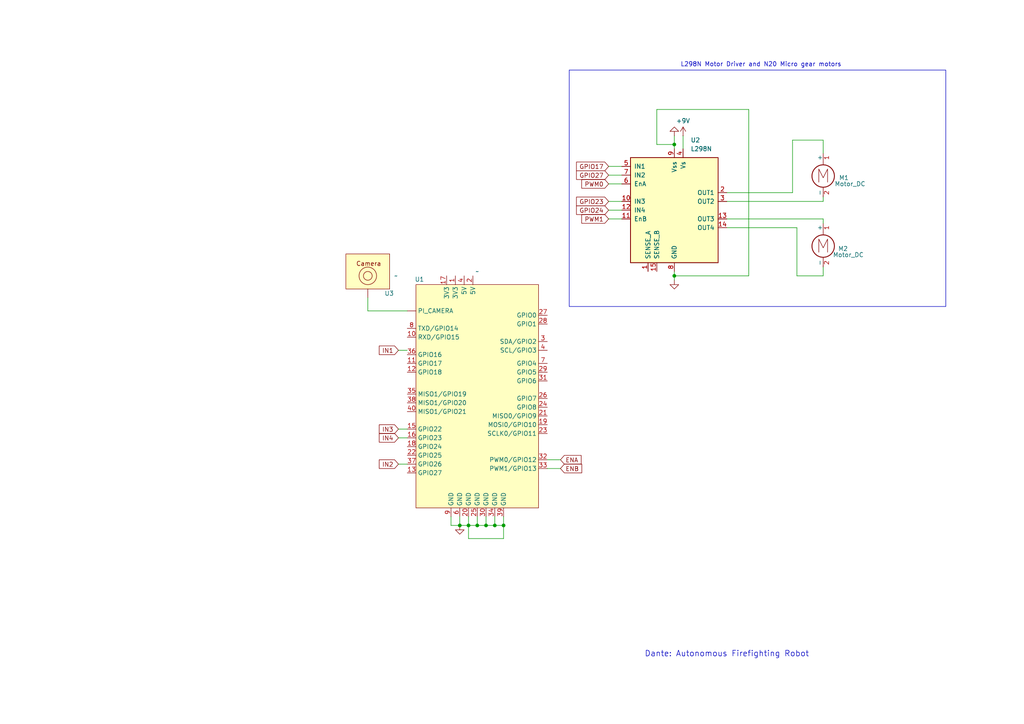
<source format=kicad_sch>
(kicad_sch (version 20231120) (generator "eeschema") (generator_version "8.0")
  (paper "A4")
  (lib_symbols
    (symbol "CarSchematics:Raspberry_Pi_4_Model_B_2019_Quad_Core_64_Bit_WiFi_Bluetooth"
      (property "Reference" "U1" (at -7.874 1.524 0))
      (symbol "Raspberry_Pi_4_Model_B_2019_Quad_Core_64_Bit_WiFi_Bluetooth_1_1"
        (rectangle (start -8.89 0) (end 26.67 -64.77) (fill (type background)))
        (pin passive line (at -11.43 -7.62 0) (length 2.54) (name "PI_CAMERA") (number ""))
        (pin output line (at 2.54 2.54 270) (length 2.54) (name "3V3") (number "1"))
        (pin bidirectional line (at -11.43 -15.24 0) (length 2.54) (name "RXD/GPIO15") (number "10"))
        (pin bidirectional line (at -11.43 -22.86 0) (length 2.54) (name "GPIO17") (number "11"))
        (pin bidirectional line (at -11.43 -25.4 0) (length 2.54) (name "GPIO18") (number "12"))
        (pin bidirectional line (at -11.43 -54.61 0) (length 2.54) (name "GPIO27") (number "13"))
        (pin bidirectional line (at -11.43 -41.91 0) (length 2.54) (name "GPIO22") (number "15"))
        (pin bidirectional line (at -11.43 -44.45 0) (length 2.54) (name "GPIO23") (number "16"))
        (pin output line (at 0 2.54 270) (length 2.54) (name "3V3") (number "17"))
        (pin bidirectional line (at -11.43 -46.99 0) (length 2.54) (name "GPIO24") (number "18"))
        (pin bidirectional line (at 29.21 -40.64 180) (length 2.54) (name "MOSI0/GPIO10") (number "19"))
        (pin output line (at 7.62 2.54 270) (length 2.54) (name "5V") (number "2"))
        (pin passive line (at 6.35 -67.31 90) (length 2.54) (name "GND") (number "20"))
        (pin bidirectional line (at 29.21 -38.1 180) (length 2.54) (name "MISO0/GPIO9") (number "21"))
        (pin bidirectional line (at -11.43 -49.53 0) (length 2.54) (name "GPIO25") (number "22"))
        (pin bidirectional line (at 29.21 -43.18 180) (length 2.54) (name "SCLK0/GPIO11") (number "23"))
        (pin bidirectional line (at 29.21 -35.56 180) (length 2.54) (name "GPIO8") (number "24"))
        (pin passive line (at 8.89 -67.31 90) (length 2.54) (name "GND") (number "25"))
        (pin bidirectional line (at 29.21 -33.02 180) (length 2.54) (name "GPIO7") (number "26"))
        (pin bidirectional line (at 29.21 -8.89 180) (length 2.54) (name "GPIO0") (number "27"))
        (pin bidirectional line (at 29.21 -11.43 180) (length 2.54) (name "GPIO1") (number "28"))
        (pin bidirectional line (at 29.21 -25.4 180) (length 2.54) (name "GPIO5") (number "29"))
        (pin bidirectional line (at 29.21 -16.51 180) (length 2.54) (name "SDA/GPIO2") (number "3"))
        (pin passive line (at 11.43 -67.31 90) (length 2.54) (name "GND") (number "30"))
        (pin bidirectional line (at 29.21 -27.94 180) (length 2.54) (name "GPIO6") (number "31"))
        (pin bidirectional line (at 29.21 -50.8 180) (length 2.54) (name "PWM0/GPIO12") (number "32"))
        (pin bidirectional line (at 29.21 -53.34 180) (length 2.54) (name "PWM1/GPIO13") (number "33"))
        (pin passive line (at 13.97 -67.31 90) (length 2.54) (name "GND") (number "34"))
        (pin bidirectional line (at -11.43 -31.75 0) (length 2.54) (name "MISO1/GPIO19") (number "35"))
        (pin bidirectional line (at -11.43 -20.32 0) (length 2.54) (name "GPIO16") (number "36"))
        (pin bidirectional line (at -11.43 -52.07 0) (length 2.54) (name "GPIO26") (number "37"))
        (pin bidirectional line (at -11.43 -34.29 0) (length 2.54) (name "MISO1/GPIO20") (number "38"))
        (pin passive line (at 16.51 -67.31 90) (length 2.54) (name "GND") (number "39"))
        (pin output line (at 5.08 2.54 270) (length 2.54) (name "5V") (number "4"))
        (pin bidirectional line (at 29.21 -19.05 180) (length 2.54) (name "SCL/GPIO3") (number "4"))
        (pin bidirectional line (at -11.43 -36.83 0) (length 2.54) (name "MISO1/GPIO21") (number "40"))
        (pin passive line (at 3.81 -67.31 90) (length 2.54) (name "GND") (number "6"))
        (pin bidirectional line (at 29.21 -22.86 180) (length 2.54) (name "GPIO4") (number "7"))
        (pin bidirectional line (at -11.43 -12.7 0) (length 2.54) (name "TXD/GPIO14") (number "8"))
        (pin passive line (at 1.27 -67.31 90) (length 2.54) (name "GND") (number "9"))
      )
    )
    (symbol "CarSchematics:Raspberry_Pi_Camera_V3"
      (property "Reference" "U" (at 14.732 -12.7 0))
      (symbol "Raspberry_Pi_Camera_V3_1_1"
        (rectangle (start 1.27 -1.27) (end 13.97 -11.43) (fill (type background)))
        (circle (center 7.62 -7.62) (radius 1.27))
        (circle (center 7.62 -7.62) (radius 2.54))
        (text "Camera" (at 7.874 -4.064 0) (effects (font (size 1.27 1.27))))
        (pin passive line (at 7.62 -13.97 90) (length 2.54) (name "") (number ""))
      )
    )
    (symbol "Driver_Motor:L298N" (pin_names (offset 1.016))
      (property "Reference" "U" (at -10.16 16.51 0))
      (property "Value" "L298N" (at 12.7 16.51 0))
      (symbol "L298N_0_1"
        (rectangle (start -12.7 15.24) (end 12.7 -15.24) (stroke (width 0.254)) (fill (type background)))
      )
      (symbol "L298N_1_1"
        (pin power_in line (at -7.62 -17.78 90) (length 2.54) (name "SENSE_A") (number "1"))
        (pin input line (at -15.24 2.54 0) (length 2.54) (name "IN3") (number "10"))
        (pin input line (at -15.24 -2.54 0) (length 2.54) (name "EnB") (number "11"))
        (pin input line (at -15.24 0 0) (length 2.54) (name "IN4") (number "12"))
        (pin output line (at 15.24 -2.54 180) (length 2.54) (name "OUT3") (number "13"))
        (pin output line (at 15.24 -5.08 180) (length 2.54) (name "OUT4") (number "14"))
        (pin power_in line (at -5.08 -17.78 90) (length 2.54) (name "SENSE_B") (number "15"))
        (pin output line (at 15.24 5.08 180) (length 2.54) (name "OUT1") (number "2"))
        (pin output line (at 15.24 2.54 180) (length 2.54) (name "OUT2") (number "3"))
        (pin power_in line (at 2.54 17.78 270) (length 2.54) (name "Vs") (number "4"))
        (pin input line (at -15.24 12.7 0) (length 2.54) (name "IN1") (number "5"))
        (pin input line (at -15.24 7.62 0) (length 2.54) (name "EnA") (number "6"))
        (pin input line (at -15.24 10.16 0) (length 2.54) (name "IN2") (number "7"))
        (pin power_in line (at 0 -17.78 90) (length 2.54) (name "GND") (number "8"))
        (pin power_in line (at 0 17.78 270) (length 2.54) (name "Vss") (number "9"))
      )
    )
    (symbol "Motor:Motor_DC" (pin_names (offset 0))
      (property "Reference" "M" (at 2.54 2.54 0))
      (property "Value" "Motor_DC" (at 2.54 -5.08 0))
      (symbol "Motor_DC_0_0"
        (polyline (pts (xy -1.27 -3.302) (xy -1.27 0.508) (xy 0 -2.032) (xy 1.27 0.508) (xy 1.27 -3.302)))
      )
      (symbol "Motor_DC_0_1"
        (circle (center 0 -1.524) (radius 3.2512) (stroke (width 0.254)))
        (polyline (pts (xy 0 -7.62) (xy 0 -7.112)))
        (polyline (pts (xy 0 -4.7752) (xy 0 -5.1816)))
        (polyline (pts (xy 0 1.7272) (xy 0 2.0828)))
        (polyline (pts (xy 0 2.032) (xy 0 2.54)))
      )
      (symbol "Motor_DC_1_1"
        (pin passive line (at 0 5.08 270) (length 2.54) (name "+") (number "1"))
        (pin passive line (at 0 -7.62 90) (length 2.54) (name "-") (number "2"))
      )
    )
    (symbol "power:+9V" (power) (pin_numbers hide) (pin_names (offset 0) hide)
      (property "Value" "+9V" (at 0 3.556 0))
      (symbol "+9V_0_1"
        (polyline (pts (xy -0.762 1.27) (xy 0 2.54)))
        (polyline (pts (xy 0 0) (xy 0 2.54)))
        (polyline (pts (xy 0 2.54) (xy 0.762 1.27)))
      )
      (symbol "+9V_1_1"
        (pin power_in line (at 0 0 90) (length 0) (name "~") (number "1"))
      )
    )
    (symbol "power:GND" (power) (pin_numbers hide) (pin_names (offset 0) hide)
      (property "Value" "GND" (at 0 -3.81 0))
      (symbol "GND_0_1"
        (polyline (pts (xy 0 0) (xy 0 -1.27) (xy 1.27 -1.27) (xy 0 -2.54) (xy -1.27 -1.27) (xy 0 -1.27)))
      )
      (symbol "GND_1_1"
        (pin power_in line (at 0 0 270) (length 0) (name "~") (number "1"))
      )
    )
  )
  (junction (at 195.58 41.91))
  (junction (at 140.97 152.4))
  (junction (at 135.89 152.4))
  (junction (at 133.35 152.4))
  (junction (at 138.43 152.4))
  (junction (at 195.58 80.01))
  (junction (at 143.51 152.4))
  (junction (at 146.05 152.4))
  (wire (pts (xy 138.43 149.86) (xy 138.43 152.4)))
  (wire (pts (xy 140.97 152.4) (xy 143.51 152.4)))
  (wire (pts (xy 210.82 66.04) (xy 231.14 66.04)))
  (wire (pts (xy 195.58 41.91) (xy 195.58 43.18)))
  (wire (pts (xy 176.53 58.42) (xy 180.34 58.42)))
  (wire (pts (xy 135.89 152.4) (xy 138.43 152.4)))
  (wire (pts (xy 176.53 63.5) (xy 180.34 63.5)))
  (wire (pts (xy 238.76 40.64) (xy 238.76 44.45)))
  (wire (pts (xy 115.57 134.62) (xy 118.11 134.62)))
  (wire (pts (xy 140.97 149.86) (xy 140.97 152.4)))
  (wire (pts (xy 146.05 156.21) (xy 135.89 156.21)))
  (wire (pts (xy 118.11 90.17) (xy 106.68 90.17)))
  (wire (pts (xy 135.89 149.86) (xy 135.89 152.4)))
  (wire (pts (xy 115.57 101.6) (xy 118.11 101.6)))
  (wire (pts (xy 143.51 149.86) (xy 143.51 152.4)))
  (wire (pts (xy 210.82 55.88) (xy 229.87 55.88)))
  (wire (pts (xy 138.43 152.4) (xy 140.97 152.4)))
  (wire (pts (xy 190.5 41.91) (xy 190.5 31.75)))
  (wire (pts (xy 195.58 80.01) (xy 195.58 81.28)))
  (wire (pts (xy 158.75 133.35) (xy 162.56 133.35)))
  (wire (pts (xy 130.81 152.4) (xy 133.35 152.4)))
  (wire (pts (xy 238.76 77.47) (xy 238.76 80.01)))
  (wire (pts (xy 229.87 55.88) (xy 229.87 40.64)))
  (wire (pts (xy 198.12 39.37) (xy 198.12 43.18)))
  (wire (pts (xy 176.53 60.96) (xy 180.34 60.96)))
  (wire (pts (xy 190.5 31.75) (xy 217.17 31.75)))
  (wire (pts (xy 217.17 80.01) (xy 195.58 80.01)))
  (wire (pts (xy 135.89 152.4) (xy 133.35 152.4)))
  (wire (pts (xy 176.53 50.8) (xy 180.34 50.8)))
  (wire (pts (xy 195.58 39.37) (xy 195.58 41.91)))
  (wire (pts (xy 210.82 63.5) (xy 238.76 63.5)))
  (wire (pts (xy 210.82 58.42) (xy 238.76 58.42)))
  (wire (pts (xy 231.14 66.04) (xy 231.14 80.01)))
  (wire (pts (xy 106.68 86.36) (xy 106.68 90.17)))
  (wire (pts (xy 158.75 135.89) (xy 162.56 135.89)))
  (wire (pts (xy 195.58 41.91) (xy 190.5 41.91)))
  (wire (pts (xy 115.57 127) (xy 118.11 127)))
  (wire (pts (xy 217.17 31.75) (xy 217.17 80.01)))
  (wire (pts (xy 143.51 152.4) (xy 146.05 152.4)))
  (wire (pts (xy 133.35 149.86) (xy 133.35 152.4)))
  (wire (pts (xy 176.53 53.34) (xy 180.34 53.34)))
  (wire (pts (xy 231.14 80.01) (xy 238.76 80.01)))
  (wire (pts (xy 146.05 152.4) (xy 146.05 156.21)))
  (wire (pts (xy 238.76 58.42) (xy 238.76 57.15)))
  (wire (pts (xy 135.89 156.21) (xy 135.89 152.4)))
  (wire (pts (xy 130.81 149.86) (xy 130.81 152.4)))
  (wire (pts (xy 195.58 78.74) (xy 195.58 80.01)))
  (wire (pts (xy 229.87 40.64) (xy 238.76 40.64)))
  (wire (pts (xy 115.57 124.46) (xy 118.11 124.46)))
  (wire (pts (xy 176.53 48.26) (xy 180.34 48.26)))
  (wire (pts (xy 238.76 63.5) (xy 238.76 64.77)))
  (wire (pts (xy 146.05 149.86) (xy 146.05 152.4)))
  (rectangle (start 165.1 20.32) (end 274.32 88.9))
  (text "L298N Motor Driver and N20 Micro gear motors\n" (at 220.726 18.796 0) (effects (font (size 1.27 1.27))))
  (text "Dante: Autonomous Firefighting Robot" (at 210.82 189.738 0) (effects (font (size 1.651 1.651))))
  (global_label "GPIO23" (shape input) (at 176.53 58.42 180) (property "Intersheetrefs" "${INTERSHEET_REFS}" (effects (hide yes))))
  (global_label "PWM0" (shape input) (at 176.53 53.34 180) (property "Intersheetrefs" "${INTERSHEET_REFS}" (effects (hide yes))))
  (global_label "ENA" (shape input) (at 162.56 133.35 0) (property "Intersheetrefs" "${INTERSHEET_REFS}" (effects (hide yes))))
  (global_label "IN4" (shape input) (at 115.57 127 180) (property "Intersheetrefs" "${INTERSHEET_REFS}" (effects (hide yes))))
  (global_label "ENB" (shape input) (at 162.56 135.89 0) (property "Intersheetrefs" "${INTERSHEET_REFS}" (effects (hide yes))))
  (global_label "PWM1" (shape input) (at 176.53 63.5 180) (property "Intersheetrefs" "${INTERSHEET_REFS}" (effects (hide yes))))
  (global_label "IN2" (shape input) (at 115.57 134.62 180) (property "Intersheetrefs" "${INTERSHEET_REFS}" (effects (hide yes))))
  (global_label "GPIO27" (shape input) (at 176.53 50.8 180) (property "Intersheetrefs" "${INTERSHEET_REFS}" (effects (hide yes))))
  (global_label "IN1" (shape input) (at 115.57 101.6 180) (property "Intersheetrefs" "${INTERSHEET_REFS}" (effects (hide yes))))
  (global_label "GPIO17" (shape input) (at 176.53 48.26 180) (property "Intersheetrefs" "${INTERSHEET_REFS}" (effects (hide yes))))
  (global_label "GPIO24" (shape input) (at 176.53 60.96 180) (property "Intersheetrefs" "${INTERSHEET_REFS}" (effects (hide yes))))
  (global_label "IN3" (shape input) (at 115.57 124.46 180) (property "Intersheetrefs" "${INTERSHEET_REFS}" (effects (hide yes))))
  (symbol (lib_id "Driver_Motor:L298N") (at 195.58 60.96 0) (unit 1)
    (property "Reference" "U2" (at 200.3141 40.64 0) (effects (justify left)))
    (property "Value" "L298N" (at 200.3141 43.18 0) (effects (justify left)))
    (property "Footprint" "Package_TO_SOT_THT:TO-220-15_P2.54x2.54mm_StaggerOdd_Lead4.58mm_Vertical" (effects (hide yes)))
    (property "Datasheet" "http://www.st.com/st-web-ui/static/active/en/resource/technical/document/datasheet/CD00000240.pdf" (effects (hide yes)))
    (property "Description" "Dual full bridge motor driver, up to 46V, 4A, Multiwatt15-V" (effects (hide yes)))
  )
  (symbol (lib_id "power:GND") (at 133.35 152.4 0) (unit 1)
    (property "Reference" "#PWR04" (effects (hide yes)))
    (property "Value" "GND" (effects (hide yes)))
    (property "Description" "Power symbol creates a global label with name \"GND\" , ground" (effects (hide yes)))
  )
  (symbol (lib_id "power:GND") (at 195.58 81.28 0) (unit 1)
    (property "Reference" "#PWR01" (effects (hide yes)))
    (property "Value" "GND" (effects (hide yes)))
    (property "Description" "Power symbol creates a global label with name \"GND\" , ground" (effects (hide yes)))
  )
  (symbol (lib_id "Motor:Motor_DC") (at 238.76 49.53 0) (unit 1)
    (property "Reference" "M1" (at 243.332 51.562 0) (effects (justify left)))
    (property "Value" "Motor_DC" (at 242.062 53.34 0) (effects (justify left)))
    (property "Description" "DC Motor" (effects (hide yes)))
  )
  (symbol (lib_id "CarSchematics:Raspberry_Pi_Camera_V3") (at 99.06 72.39 0) (unit 1)
    (property "Reference" "U3" (at 111.506 85.09 0) (effects (justify left)))
    (property "Value" "~" (at 114.3 80.01 0) (effects (justify left)))
  )
  (symbol (lib_id "Motor:Motor_DC") (at 238.76 69.85 0) (unit 1)
    (property "Reference" "M2" (at 243.078 72.136 0) (effects (justify left)))
    (property "Value" "Motor_DC" (at 241.554 73.914 0) (effects (justify left)))
    (property "Description" "DC Motor" (effects (hide yes)))
  )
  (symbol (lib_id "power:GND") (at 195.58 39.37 180) (unit 1)
    (property "Reference" "#PWR03" (effects (hide yes)))
    (property "Value" "GND" (effects (hide yes)))
    (property "Description" "Power symbol creates a global label with name \"GND\" , ground" (effects (hide yes)))
  )
  (symbol (lib_id "CarSchematics:Raspberry_Pi_4_Model_B_2019_Quad_Core_64_Bit_WiFi_Bluetooth") (at 129.54 82.55 0) (unit 1)
    (property "Reference" "U1" (at 121.666 81.026 0))
    (property "Value" "~" (at 138.43 78.74 0))
  )
  (symbol (lib_id "power:+9V") (at 198.12 39.37 0) (unit 1)
    (property "Reference" "#PWR02" (effects (hide yes)))
    (property "Value" "+9V" (at 198.12 35.052 0))
    (property "Description" "Power symbol creates a global label with name \"+9V\"" (effects (hide yes)))
  )
)
</source>
